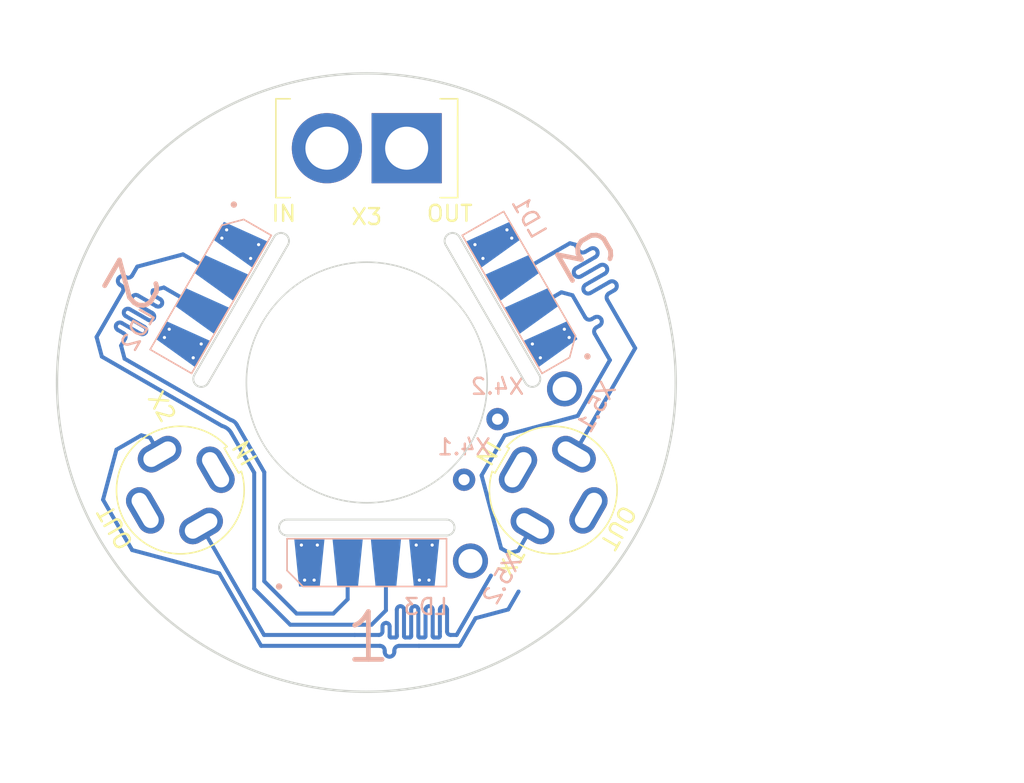
<source format=kicad_pcb>
(kicad_pcb (version 20211014) (generator pcbnew)
  (layers (0 "F.Cu" signal) (1 "In1.Cu" signal) (2 "In2.Cu" signal) (31 "B.Cu" signal) (34 "B.Paste" user) (35 "F.Paste" user) (36 "B.SilkS" user "B.Silkscreen") (37 "F.SilkS" user "F.Silkscreen") (38 "B.Mask" user) (39 "F.Mask" user) (44 "Edge.Cuts" user))
  (net 0 "")
  (net 1 "/clk3")
  (net 2 "/d3")
  (net 3 "GND")
  (net 4 "+5V")
  (net 5 "/clk1")
  (net 6 "/d1")
  (net 7 "/clk2")
  (net 8 "/d2")
  (footprint "h8-Connectors:Lumberg-KLB-4-Klinkensteckverbinder-3_5-180deg-turnable" (layer "F.Cu") (at 11.691343 6.75 -120)
    (fp_text reference "X1" (at 5.2 0 60) (layer "F.SilkS"))
    (fp_text value "Conn_01x04")
    (fp_line (start 0.9 3.7) (end 0.9 3.9) (layer "F.SilkS") (width 0.1))
    (fp_line (start -0.9 3.9) (end -0.9 3.7) (layer "F.SilkS") (width 0.1))
    (fp_line (start -0.9 3.7) (end 0.9 3.7) (layer "F.SilkS") (width 0.1))
    (fp_arc (start -0.9 3.9) (mid 0 -4.002499) (end 0.9 3.9) (layer "F.SilkS") (width 0.1))
    (pad "1" thru_hole oval (at -2.6 0 240) (size 1.7 2.9) (drill oval 1 2.2) (layers *.Cu *.Mask) (net 7 "/clk2"))
    (pad "2" thru_hole oval (at 2.6 0 240) (size 1.7 2.9) (drill oval 1 2.2) (layers *.Cu *.Mask) (net 8 "/d2"))
    (pad "3" thru_hole oval (at 0 -2.55 330) (size 1.7 3.1) (drill oval 1 2.4) (layers *.Cu *.Mask) (net 3 "GND"))
    (pad "4" thru_hole oval (at 0 2.55 330) (size 1.7 3.1) (drill oval 1 2.4) (layers *.Cu *.Mask) (net 4 "+5V"))
  )
  (footprint "h8-Connectors:Lumberg-KLB-4-Klinkensteckverbinder-3_5-180deg-turnable" (layer "F.Cu") (at -11.691343 6.75 120)
    (fp_text reference "X2" (at 5.1 1.600001 120) (layer "F.SilkS"))
    (fp_text value "Conn_01x04")
    (fp_line (start 0.9 3.7) (end 0.9 3.9) (layer "F.SilkS") (width 0.1))
    (fp_line (start -0.9 3.7) (end 0.9 3.7) (layer "F.SilkS") (width 0.1))
    (fp_line (start -0.9 3.9) (end -0.9 3.7) (layer "F.SilkS") (width 0.1))
    (fp_arc (start -0.9 3.9) (mid 0 -4.002499) (end 0.9 3.9) (layer "F.SilkS") (width 0.1))
    (pad "1" thru_hole oval (at -2.6 0 120) (size 1.7 2.9) (drill oval 1 2.2) (layers *.Cu *.Mask) (net 1 "/clk3"))
    (pad "2" thru_hole oval (at 2.6 0 120) (size 1.7 2.9) (drill oval 1 2.2) (layers *.Cu *.Mask) (net 2 "/d3"))
    (pad "3" thru_hole oval (at 0 -2.55 210) (size 1.7 3.1) (drill oval 1 2.4) (layers *.Cu *.Mask) (net 3 "GND"))
    (pad "4" thru_hole oval (at 0 2.55 210) (size 1.7 3.1) (drill oval 1 2.4) (layers *.Cu *.Mask) (net 4 "+5V"))
  )
  (footprint "h8-Connectors:XT30" (layer "F.Cu") (at 0 -14.7 180)
    (fp_text reference "X3" (at 0 -4.3) (layer "F.SilkS"))
    (fp_text value "Conn_01x02")
    (fp_line (start 5.7 3.1) (end 4.8 3.1) (layer "F.SilkS") (width 0.1))
    (fp_line (start -4.6 3.1) (end -5.7 3.1) (layer "F.SilkS") (width 0.1))
    (fp_line (start 4.8 -3.1) (end 5.7 -3.1) (layer "F.SilkS") (width 0.1))
    (fp_line (start 5.7 -3.1) (end 5.7 3.1) (layer "F.SilkS") (width 0.1))
    (fp_line (start -5.7 -3.1) (end -5.7 3.1) (layer "F.SilkS") (width 0.1))
    (fp_line (start -5.7 2) (end -5.7 -2) (layer "F.SilkS") (width 0.1))
    (fp_line (start -5.7 -3.1) (end -4.6 -3.1) (layer "F.SilkS") (width 0.1))
    (pad "1" thru_hole rect (at -2.5 0 180) (size 4.4 4.4) (drill 2.7) (layers *.Cu *.Mask) (net 4 "+5V"))
    (pad "2" thru_hole circle (at 2.5 0 180) (size 4.4 4.4) (drill 2.7) (layers *.Cu *.Mask) (net 3 "GND"))
  )
  (footprint "MountingHole:MountingHole_2.2mm_M2" (layer "F.Cu") (at -8.3 -13.9 180)
    (fp_text reference "M1" hide)
    (fp_text value "MountingHole_2.2mm_M2")
    (pad "" np_thru_hole circle (at 0 0 180) (size 2.2 2.2) (drill 2.2) (layers *.Mask "F.Cu" "In1.Cu" "In2.Cu" "B.Cu"))
  )
  (footprint "MountingHole:MountingHole_2.2mm_M2" (layer "F.Cu") (at 8.3 -13.9 180)
    (fp_text reference "REF**" hide)
    (fp_text value "MountingHole_2.2mm_M2")
    (pad "" np_thru_hole circle (at 0 0 180) (size 2.2 2.2) (drill 2.2) (layers *.Cu *.Mask))
  )
  (footprint "Connector_Wire:SolderWire-0.15sqmm_1x01_D0.5mm_OD1.5mm" (layer "B.Cu") (at 6.5 11.2 60)
    (fp_text reference "X5.2" (at 0 2.3 60) (layer "B.SilkS") (effects (justify mirror)))
    (fp_text value "Conn_01x01")
    (pad "1" thru_hole circle locked (at 0 0 60) (size 2.2 2.2) (drill 1.5) (layers *.Cu *.Mask) (net 3 "GND"))
  )
  (footprint "h8-Connectors:APA102-Strip-Output" (layer "B.Cu") (at 8.487049 -4.9 30)
    (fp_text reference "LD1" (at 4.2 -3.9 120) (layer "B.SilkS") (effects (justify mirror)))
    (fp_text value "Conn_01x04")
    (fp_line (start 3 -5) (end 3 4) (layer "B.SilkS") (width 0.1))
    (fp_line (start 0 -5) (end 3 -5) (layer "B.SilkS") (width 0.1))
    (fp_line (start 0 5) (end 0 -5) (layer "B.SilkS") (width 0.1))
    (fp_line (start 2 5) (end 0 5) (layer "B.SilkS") (width 0.1))
    (fp_line (start 3 4) (end 2 5) (layer "B.SilkS") (width 0.1))
    (fp_circle (center 3 5.5) (end 3.1 5.5) (layer "B.SilkS") (width 0.2) (fill none))
    (fp_line (start -1.2 -5) (end -1.2 5) (layer "Edge.Cuts") (width 0.12))
    (fp_line (start -0.2 5) (end -0.2 -5) (layer "Edge.Cuts") (width 0.12))
    (fp_arc (start -0.2 5) (mid -0.7 5.5) (end -1.2 5) (layer "Edge.Cuts") (width 0.12))
    (fp_arc (start -1.2 -5) (mid -0.7 -5.5) (end -0.2 -5) (layer "Edge.Cuts") (width 0.12))
    (pad "1" smd trapezoid (at 1.5 -3.6 30) (size 3 1.6) (rect_delta 0.3 0) (layers "B.Cu" "B.Paste" "B.Mask") (net 4 "+5V"))
    (pad "2" smd trapezoid (at 1.5 -1.2 30) (size 3 1.6) (rect_delta 0.3 0) (layers "B.Cu" "B.Paste" "B.Mask") (net 7 "/clk2"))
    (pad "3" smd trapezoid (at 1.5 1.2 30) (size 3 1.6) (rect_delta 0.3 0) (layers "B.Cu" "B.Paste" "B.Mask") (net 8 "/d2"))
    (pad "4" smd trapezoid (at 1.5 3.6 30) (size 3 1.6) (rect_delta 0.3 0) (layers "B.Cu" "B.Paste" "B.Mask") (net 3 "GND"))
  )
  (footprint "Connector_Wire:SolderWire-0.15sqmm_1x01_D0.5mm_OD1.5mm" (layer "B.Cu") (at 12.4 0.4 60)
    (fp_text reference "X5.1" (at 0 2.3 60) (layer "B.SilkS") (effects (justify mirror)))
    (fp_text value "Conn_01x01")
    (pad "1" thru_hole circle locked (at 0 0 60) (size 2.2 2.2) (drill 1.5) (layers *.Cu *.Mask) (net 4 "+5V"))
  )
  (footprint "h8-Connectors:APA102-Strip-Output" (layer "B.Cu") (at 0 9.8 -90)
    (fp_text reference "LD3" (at 4.268138 -3.692116) (layer "B.SilkS") (effects (justify mirror)))
    (fp_text value "Conn_01x04")
    (fp_line (start 3 -5) (end 3 4) (layer "B.SilkS") (width 0.1))
    (fp_line (start 0 5) (end 0 -5) (layer "B.SilkS") (width 0.1))
    (fp_line (start 0 -5) (end 3 -5) (layer "B.SilkS") (width 0.1))
    (fp_line (start 2 5) (end 0 5) (layer "B.SilkS") (width 0.1))
    (fp_line (start 3 4) (end 2 5) (layer "B.SilkS") (width 0.1))
    (fp_circle (center 3 5.5) (end 3.1 5.5) (layer "B.SilkS") (width 0.2) (fill none))
    (fp_line (start -1.2 -5) (end -1.2 5) (layer "Edge.Cuts") (width 0.12))
    (fp_line (start -0.2 5) (end -0.2 -5) (layer "Edge.Cuts") (width 0.12))
    (fp_arc (start -1.2 -5) (mid -0.7 -5.5) (end -0.2 -5) (layer "Edge.Cuts") (width 0.12))
    (fp_arc (start -0.2 5) (mid -0.7 5.5) (end -1.2 5) (layer "Edge.Cuts") (width 0.12))
    (pad "1" smd trapezoid (at 1.5 -3.6 270) (size 3 1.6) (rect_delta 0.3 0) (layers "B.Cu" "B.Paste" "B.Mask") (net 4 "+5V"))
    (pad "2" smd trapezoid (at 1.5 -1.2 270) (size 3 1.6) (rect_delta 0.3 0) (layers "B.Cu" "B.Paste" "B.Mask") (net 5 "/clk1"))
    (pad "3" smd trapezoid (at 1.5 1.2 270) (size 3 1.6) (rect_delta 0.3 0) (layers "B.Cu" "B.Paste" "B.Mask") (net 6 "/d1"))
    (pad "4" smd trapezoid (at 1.5 3.6 270) (size 3 1.6) (rect_delta 0.3 0) (layers "B.Cu" "B.Paste" "B.Mask") (net 3 "GND"))
  )
  (footprint "Connector_Wire:SolderWire-0.15sqmm_1x01_D0.5mm_OD1.5mm" (layer "B.Cu") (at 6.1 6.1 180)
    (fp_text reference "X4.1" (at 0 2.05) (layer "B.SilkS") (effects (justify mirror)))
    (fp_text value "Conn_01x01")
    (pad "1" thru_hole circle (at 0 0 180) (size 1.4 1.4) (drill 0.7) (layers *.Cu *.Mask) (net 1 "/clk3"))
  )
  (footprint "Connector_Wire:SolderWire-0.15sqmm_1x01_D0.5mm_OD1.5mm" (layer "B.Cu") (at 8.2 2.3 180)
    (fp_text reference "X4.2" (at 0 2.05) (layer "B.SilkS") (effects (justify mirror)))
    (fp_text value "Conn_01x01")
    (pad "1" thru_hole circle (at 0 0 180) (size 1.4 1.4) (drill 0.7) (layers *.Cu *.Mask) (net 2 "/d3"))
  )
  (footprint "h8-Connectors:APA102-Strip-Input" (layer "B.Cu") (at -8.487049 -4.9 150)
    (fp_text reference "LD2" (at 4.267434 -4.306664 60) (layer "B.SilkS") (effects (justify mirror)))
    (fp_text value "Conn_01x04")
    (fp_line (start 2 5) (end 0 5) (layer "B.SilkS") (width 0.1))
    (fp_line (start 3 -5) (end 3 4) (layer "B.SilkS") (width 0.1))
    (fp_line (start 0 -5) (end 3 -5) (layer "B.SilkS") (width 0.1))
    (fp_line (start 3 4) (end 2 5) (layer "B.SilkS") (width 0.1))
    (fp_line (start 0 5) (end 0 -5) (layer "B.SilkS") (width 0.1))
    (fp_circle (center 3 5.5) (end 3.1 5.5) (layer "B.SilkS") (width 0.2) (fill none))
    (fp_line (start -1.2 -5) (end -1.2 5) (layer "Edge.Cuts") (width 0.12))
    (fp_line (start -0.2 5) (end -0.2 -5) (layer "Edge.Cuts") (width 0.12))
    (fp_arc (start -0.2 5) (mid -0.7 5.5) (end -1.2 5) (layer "Edge.Cuts") (width 0.12))
    (fp_arc (start -1.2 -5) (mid -0.7 -5.5) (end -0.2 -5) (layer "Edge.Cuts") (width 0.12))
    (pad "1" smd trapezoid (at 1.5 3.6 150) (size 3 1.6) (rect_delta 0.3 0) (layers "B.Cu" "B.Paste" "B.Mask") (net 4 "+5V"))
    (pad "2" smd trapezoid (at 1.5 1.2 150) (size 3 1.6) (rect_delta 0.3 0) (layers "B.Cu" "B.Paste" "B.Mask") (net 5 "/clk1"))
    (pad "3" smd trapezoid (at 1.5 -1.2 150) (size 3 1.6) (rect_delta 0.3 0) (layers "B.Cu" "B.Paste" "B.Mask") (net 6 "/d1"))
    (pad "4" smd trapezoid (at 1.5 -3.6 150) (size 3 1.6) (rect_delta 0.3 0) (layers "B.Cu" "B.Paste" "B.Mask") (net 3 "GND"))
  )
  (gr_circle (center 0 0) (end 7.55 0) (layer "Edge.Cuts") (width 0.1) (fill none))
  (gr_circle (center -0.025899 0.004567) (end 19.374101 0.004567) (layer "Edge.Cuts") (width 0.15) (fill none))
  (gr_text "1" (at 0.1 15.999999) (layer "B.SilkS") (effects (font (size 3 3) (thickness 0.3))))
  (gr_text "3" (at 13.806406 -8.086603 -240) (layer "B.SilkS") (effects (font (size 3 3) (thickness 0.3))))
  (gr_text "2" (at -14.819804 -6.131347 -120) (layer "B.SilkS") (effects (font (size 3 3) (thickness 0.3))))
  (gr_text "IN" (at 7.621024 4.4 -120) (layer "F.SilkS") (effects (font (size 1 1))))
  (gr_text "IN" (at -5.2 -10.6) (layer "F.SilkS") (effects (font (size 1 1))))
  (gr_text "IN" (at -7.621024 4.4 -240) (layer "F.SilkS") (effects (font (size 1 1))))
  (gr_text "OUT" (at -15.761662 9.1 -240) (layer "F.SilkS") (effects (font (size 1 1))))
  (gr_text "OUT" (at 5.2 -10.6) (layer "F.SilkS") (effects (font (size 1 1))))
  (gr_text "OUT" (at 15.761662 9.1 -120) (layer "F.SilkS") (effects (font (size 1 1))))
  (segment (start 3.604447 15.99906) (end 3.311459 15.99906) (width 0.25) (layer "B.Cu") (net 1))
  (segment (start 0.757952 15.842047) (end -0.755199 15.842047) (width 0.25) (layer "B.Cu") (net 1))
  (segment (start 2.332953 15.842047) (end 2.332953 14.260034) (width 0.25) (layer "B.Cu") (net 1))
  (segment (start 5.032953 15.617047) (end 5.032953 14.260034) (width 0.25) (layer "B.Cu") (net 1))
  (segment (start 2.782953 15.842048) (end 2.782953 15.920554) (width 0.25) (layer "B.Cu") (net 1))
  (segment (start 3.232953 15.842047) (end 3.232953 14.260034) (width 0.25) (layer "B.Cu") (net 1))
  (segment (start 3.232952 15.920554) (end 3.232953 15.842047) (width 0.25) (layer "B.Cu") (net 1))
  (segment (start 3.682953 15.842047) (end 3.682953 15.920554) (width 0.25) (layer "B.Cu") (net 1))
  (segment (start 4.582953 15.617047) (end 4.582953 15.920554) (width 0.25) (layer "B.Cu") (net 1))
  (segment (start 1.882953 14.260034) (end 1.882952 15.842047) (width 0.25) (layer "B.Cu") (net 1))
  (segment (start 7.785125 12.115768) (end 5.636791 15.836791) (width 0.25) (layer "B.Cu") (net 1))
  (segment (start -6.442047 15.842047) (end -10.391343 9.001666) (width 0.25) (layer "B.Cu") (net 1))
  (segment (start 1.432952 15.920554) (end 1.432952 15.842047) (width 0.25) (layer "B.Cu") (net 1))
  (segment (start 1.882952 15.842047) (end 1.882952 15.920554) (width 0.25) (layer "B.Cu") (net 1))
  (segment (start 2.704447 15.99906) (end 2.411459 15.99906) (width 0.25) (layer "B.Cu") (net 1))
  (segment (start 4.132953 15.920554) (end 4.132953 15.842047) (width 0.25) (layer "B.Cu") (net 1))
  (segment (start 0.982951 15.310034) (end 0.982952 15.617047) (width 0.25) (layer "B.Cu") (net 1))
  (segment (start 4.582953 14.260034) (end 4.582953 15.617047) (width 0.25) (layer "B.Cu") (net 1))
  (segment (start 1.804446 15.99906) (end 1.511458 15.99906) (width 0.25) (layer "B.Cu") (net 1))
  (segment (start 5.636791 15.836791) (end 5.631535 15.842047) (width 0.25) (layer "B.Cu") (net 1))
  (segment (start 5.631535 15.842047) (end 5.257953 15.842047) (width 0.25) (layer "B.Cu") (net 1))
  (segment (start -0.755199 15.842047) (end -6.442047 15.842047) (width 0.25) (layer "B.Cu") (net 1))
  (segment (start 3.682953 14.260034) (end 3.682953 15.842047) (width 0.25) (layer "B.Cu") (net 1))
  (segment (start 2.332954 15.920554) (end 2.332953 15.842047) (width 0.25) (layer "B.Cu") (net 1))
  (segment (start 2.782953 14.260034) (end 2.782953 15.842048) (width 0.25) (layer "B.Cu") (net 1))
  (segment (start 4.504447 15.99906) (end 4.211459 15.99906) (width 0.25) (layer "B.Cu") (net 1))
  (segment (start 4.132953 15.842047) (end 4.132953 14.260034) (width 0.25) (layer "B.Cu") (net 1))
  (segment (start 1.432952 15.842047) (end 1.432952 15.310034) (width 0.25) (layer "B.Cu") (net 1))
  (arc (start 1.511458 15.99906) (mid 1.455946 15.976066) (end 1.432952 15.920554) (width 0.25) (layer "B.Cu") (net 1))
  (arc (start 5.032953 14.260034) (mid 4.967052 14.100935) (end 4.807952 14.035034) (width 0.25) (layer "B.Cu") (net 1))
  (arc (start 5.257953 15.842047) (mid 5.098854 15.776146) (end 5.032953 15.617047) (width 0.25) (layer "B.Cu") (net 1))
  (arc (start 3.682953 15.920554) (mid 3.659959 15.976067) (end 3.604447 15.99906) (width 0.25) (layer "B.Cu") (net 1))
  (arc (start 2.411459 15.99906) (mid 2.355947 15.976066) (end 2.332954 15.920554) (width 0.25) (layer "B.Cu") (net 1))
  (arc (start 2.107953 14.035034) (mid 1.948854 14.100935) (end 1.882953 14.260034) (width 0.25) (layer "B.Cu") (net 1))
  (arc (start 0.982952 15.617047) (mid 0.91705 15.776146) (end 0.757952 15.842047) (width 0.25) (layer "B.Cu") (net 1))
  (arc (start 2.332953 14.260034) (mid 2.267052 14.100935) (end 2.107953 14.035034) (width 0.25) (layer "B.Cu") (net 1))
  (arc (start 3.907953 14.035033) (mid 3.748854 14.100935) (end 3.682953 14.260034) (width 0.25) (layer "B.Cu") (net 1))
  (arc (start 1.207952 15.085034) (mid 1.048853 15.150935) (end 0.982951 15.310034) (width 0.25) (layer "B.Cu") (net 1))
  (arc (start 4.582953 15.920554) (mid 4.559959 15.976067) (end 4.504447 15.99906) (width 0.25) (layer "B.Cu") (net 1))
  (arc (start 3.007953 14.035033) (mid 2.848854 14.100935) (end 2.782953 14.260034) (width 0.25) (layer "B.Cu") (net 1))
  (arc (start 3.311459 15.99906) (mid 3.255947 15.976067) (end 3.232952 15.920554) (width 0.25) (layer "B.Cu") (net 1))
  (arc (start 4.807952 14.035034) (mid 4.648854 14.100935) (end 4.582953 14.260034) (width 0.25) (layer "B.Cu") (net 1))
  (arc (start 3.232953 14.260034) (mid 3.167052 14.100935) (end 3.007953 14.035033) (width 0.25) (layer "B.Cu") (net 1))
  (arc (start 2.782953 15.920554) (mid 2.75996 15.976066) (end 2.704447 15.99906) (width 0.25) (layer "B.Cu") (net 1))
  (arc (start 4.211459 15.99906) (mid 4.155948 15.976066) (end 4.132953 15.920554) (width 0.25) (layer "B.Cu") (net 1))
  (arc (start 1.432952 15.310034) (mid 1.367051 15.150935) (end 1.207952 15.085034) (width 0.25) (layer "B.Cu") (net 1))
  (arc (start 1.882952 15.920554) (mid 1.859958 15.976066) (end 1.804446 15.99906) (width 0.25) (layer "B.Cu") (net 1))
  (arc (start 4.132953 14.260034) (mid 4.067052 14.100935) (end 3.907953 14.035033) (width 0.25) (layer "B.Cu") (net 1))
  (segment (start 5.787754 16.52506) (end 5.856407 16.456407) (width 0.25) (layer "B.Cu") (net 2))
  (segment (start -16.538457 7.354552) (end -14.714221 10.514221) (width 0.25) (layer "B.Cu") (net 2))
  (segment (start 5.856407 16.456407) (end 6.818138 14.790639) (width 0.25) (layer "B.Cu") (net 2))
  (segment (start -13.591343 3.459103) (end -14.137753 3.312693) (width 0.25) (layer "B.Cu") (net 2))
  (segment (start 1.12506 16.825059) (end 1.12506 16.905233) (width 0.25) (layer "B.Cu") (net 2))
  (segment (start -12.991343 4.498334) (end -13.591343 3.459103) (width 0.25) (layer "B.Cu") (net 2))
  (segment (start 1.72506 16.905233) (end 1.72506 16.82506) (width 0.25) (layer "B.Cu") (net 2))
  (segment (start 3.27506 16.52506) (end 5.787754 16.52506) (width 0.25) (layer "B.Cu") (net 2))
  (segment (start -14.714221 10.514221) (end -9.25012 11.978323) (width 0.25) (layer "B.Cu") (net 2))
  (segment (start 2.02506 16.52506) (end 3.27506 16.52506) (width 0.25) (layer "B.Cu") (net 2))
  (segment (start -15.696599 4.212693) (end -16.538457 7.354552) (width 0.25) (layer "B.Cu") (net 2))
  (segment (start -6.62506 16.52506) (end 0.82506 16.52506) (width 0.25) (layer "B.Cu") (net 2))
  (segment (start -14.137753 3.312693) (end -15.696599 4.212693) (width 0.25) (layer "B.Cu") (net 2))
  (segment (start -9.25012 11.978323) (end -6.62506 16.52506) (width 0.25) (layer "B.Cu") (net 2))
  (segment (start 8.867176 14.241601) (end 9.517176 13.115768) (width 0.25) (layer "B.Cu") (net 2))
  (segment (start 6.818138 14.790639) (end 8.867176 14.241601) (width 0.25) (layer "B.Cu") (net 2))
  (arc (start 1.42506 17.205233) (mid 1.637192 17.117365) (end 1.72506 16.905233) (width 0.25) (layer "B.Cu") (net 2))
  (arc (start 1.72506 16.82506) (mid 1.812928 16.612928) (end 2.02506 16.52506) (width 0.25) (layer "B.Cu") (net 2))
  (arc (start 0.82506 16.52506) (mid 1.037192 16.612928) (end 1.12506 16.825059) (width 0.25) (layer "B.Cu") (net 2))
  (arc (start 1.12506 16.905233) (mid 1.212928 17.117365) (end 1.42506 17.205233) (width 0.25) (layer "B.Cu") (net 2))
  (via (at -3.9 12.4) (size 0.6) (drill 0.2) (layers "F.Cu" "B.Cu") (net 3))
  (via (at 12.688715 -2.822501) (size 0.6) (drill 0.2) (layers "F.Cu" "B.Cu") (net 3))
  (via (at 10.883459 -1.549296) (size 0.6) (drill 0.2) (layers "F.Cu" "B.Cu") (net 3))
  (via (at -12.688715 -2.822501) (size 0.6) (drill 0.2) (layers "F.Cu" "B.Cu") (net 3))
  (via (at -3.3 12.4) (size 0.6) (drill 0.2) (layers "F.Cu" "B.Cu") (net 3))
  (via (at -10.383459 -2.415321) (size 0.6) (drill 0.2) (layers "F.Cu" "B.Cu") (net 3))
  (via (at -10.883459 -1.549296) (size 0.6) (drill 0.2) (layers "F.Cu" "B.Cu") (net 3))
  (via (at -4.1 10.2) (size 0.6) (drill 0.2) (layers "F.Cu" "B.Cu") (net 3))
  (via (at -3.1 10.2) (size 0.6) (drill 0.2) (layers "F.Cu" "B.Cu") (net 3))
  (via (at -12.388715 -3.342116) (size 0.6) (drill 0.2) (layers "F.Cu" "B.Cu") (net 3))
  (via (at 12.388715 -3.342116) (size 0.6) (drill 0.2) (layers "F.Cu" "B.Cu") (net 3))
  (via (at 10.383459 -2.415321) (size 0.6) (drill 0.2) (layers "F.Cu" "B.Cu") (net 3))
  (via (at -8.788715 -9.577499) (size 0.6) (drill 0.2) (layers "F.Cu" "B.Cu") (net 4))
  (via (at 4.1 10.2) (size 0.6) (drill 0.2) (layers "F.Cu" "B.Cu") (net 4))
  (via (at -7.283459 -7.784679) (size 0.6) (drill 0.2) (layers "F.Cu" "B.Cu") (net 4))
  (via (at 3.3 12.4) (size 0.6) (drill 0.2) (layers "F.Cu" "B.Cu") (net 4))
  (via (at 6.783459 -8.650704) (size 0.6) (drill 0.2) (layers "F.Cu" "B.Cu") (net 4))
  (via (at -9.088715 -9.057884) (size 0.6) (drill 0.2) (layers "F.Cu" "B.Cu") (net 4))
  (via (at -6.783459 -8.650704) (size 0.6) (drill 0.2) (layers "F.Cu" "B.Cu") (net 4))
  (via (at 9.088715 -9.057884) (size 0.6) (drill 0.2) (layers "F.Cu" "B.Cu") (net 4))
  (via (at 3.9 12.4) (size 0.6) (drill 0.2) (layers "F.Cu" "B.Cu") (net 4))
  (via (at 7.283459 -7.784679) (size 0.6) (drill 0.2) (layers "F.Cu" "B.Cu") (net 4))
  (via (at 8.788715 -9.577499) (size 0.6) (drill 0.2) (layers "F.Cu" "B.Cu") (net 4))
  (via (at 3.1 10.2) (size 0.6) (drill 0.2) (layers "F.Cu" "B.Cu") (net 4))
  (segment (start -16.613586 -1.624425) (end -9.07616 2.72731) (width 0.25) (layer "B.Cu") (net 5))
  (segment (start -15.461037 -6.117983) (end -15.461037 -6.117984) (width 0.25) (layer "B.Cu") (net 5))
  (segment (start -15.309101 -5.683853) (end -15.309103 -5.683854) (width 0.25) (layer "B.Cu") (net 5))
  (segment (start 1.199999 14.3) (end 1.2 11.3) (width 0.25) (layer "B.Cu") (net 5))
  (segment (start -14.393009 -7.270577) (end -14.709104 -6.723085) (width 0.25) (layer "B.Cu") (net 5))
  (segment (start -7.059808 5.659808) (end -7.059808 12.940192) (width 0.25) (layer "B.Cu") (net 5))
  (segment (start -4.8 15.2) (end 0.3 15.2) (width 0.25) (layer "B.Cu") (net 5))
  (segment (start -9.186087 -6.68923) (end -11.524357 -8.03923) (width 0.25) (layer "B.Cu") (net 5))
  (segment (start -7.059808 12.940192) (end -4.8 15.2) (width 0.25) (layer "B.Cu") (net 5))
  (segment (start -15.461037 -6.117984) (end -15.418909 -6.093661) (width 0.25) (layer "B.Cu") (net 5))
  (segment (start -8.495764 3.172663) (end -7.059808 5.659808) (width 0.25) (layer "B.Cu") (net 5))
  (segment (start -15.309103 -5.683854) (end -16.943009 -2.853848) (width 0.25) (layer "B.Cu") (net 5))
  (segment (start 0.3 15.2) (end 1.199999 14.3) (width 0.25) (layer "B.Cu") (net 5))
  (segment (start -15.11891 -6.613277) (end -15.161037 -6.637599) (width 0.25) (layer "B.Cu") (net 5))
  (segment (start -11.524357 -8.03923) (end -14.393009 -7.270577) (width 0.25) (layer "B.Cu") (net 5))
  (segment (start -16.943009 -2.853848) (end -16.613586 -1.624425) (width 0.25) (layer "B.Cu") (net 5))
  (arc (start -15.570845 -6.527791) (mid -15.600815 -6.300145) (end -15.461037 -6.117983) (width 0.25) (layer "B.Cu") (net 5))
  (arc (start -9.07616 2.72731) (mid -8.741669 2.892263) (end -8.495764 3.172663) (width 0.25) (layer "B.Cu") (net 5))
  (arc (start -14.709104 -6.723085) (mid -14.891265 -6.583307) (end -15.11891 -6.613277) (width 0.25) (layer "B.Cu") (net 5))
  (arc (start -15.161037 -6.637599) (mid -15.388683 -6.667569) (end -15.570845 -6.527791) (width 0.25) (layer "B.Cu") (net 5))
  (arc (start -15.418909 -6.093661) (mid -15.279131 -5.911499) (end -15.309101 -5.683853) (width 0.25) (layer "B.Cu") (net 5))
  (segment (start -14.202415 -3.061348) (end -14.202414 -3.061349) (width 0.25) (layer "B.Cu") (net 6))
  (segment (start -14.202414 -3.061349) (end -15.362324 -3.731024) (width 0.25) (layer "B.Cu") (net 6))
  (segment (start -15.203831 -4.505544) (end -15.203831 -4.505543) (width 0.25) (layer "B.Cu") (net 6))
  (segment (start -15.157367 -2.746666) (end -15.407368 -2.313655) (width 0.25) (layer "B.Cu") (net 6))
  (segment (start -13.315862 -5.43625) (end -12.952412 -5.226412) (width 0.25) (layer "B.Cu") (net 6))
  (segment (start -15.187753 -1.49404) (end -8.535005 2.346925) (width 0.25) (layer "B.Cu") (net 6))
  (segment (start -13.202413 -4.7934) (end -14.362323 -5.463076) (width 0.25) (layer "B.Cu") (net 6))
  (segment (start -13.860906 -3.152856) (end -13.860906 -3.152856) (width 0.25) (layer "B.Cu") (net 6))
  (segment (start -13.360905 -4.01888) (end -13.360906 -4.018881) (width 0.25) (layer "B.Cu") (net 6))
  (segment (start -12.860905 -4.884906) (end -12.860907 -4.884906) (width 0.25) (layer "B.Cu") (net 6))
  (segment (start -2.1 14.5) (end -1.2 13.599999) (width 0.25) (layer "B.Cu") (net 6))
  (segment (start -15.612324 -3.298011) (end -15.248874 -3.088172) (width 0.25) (layer "B.Cu") (net 6))
  (segment (start -6.428857 12.471143) (end -4.4 14.5) (width 0.25) (layer "B.Cu") (net 6))
  (segment (start -4.4 14.5) (end -2.1 14.5) (width 0.25) (layer "B.Cu") (net 6))
  (segment (start -14.703831 -5.37157) (end -14.70383 -5.371569) (width 0.25) (layer "B.Cu") (net 6))
  (segment (start -8.1556 2.638053) (end -6.428857 5.628857) (width 0.25) (layer "B.Cu") (net 6))
  (segment (start -15.407368 -2.313655) (end -15.187753 -1.49404) (width 0.25) (layer "B.Cu") (net 6))
  (segment (start -14.612323 -5.030062) (end -13.452411 -4.360388) (width 0.25) (layer "B.Cu") (net 6))
  (segment (start -15.703832 -3.639518) (end -15.703831 -3.639517) (width 0.25) (layer "B.Cu") (net 6))
  (segment (start -10.386087 -4.61077) (end -12.724357 -5.96077) (width 0.25) (layer "B.Cu") (net 6))
  (segment (start -13.702415 -3.927374) (end -13.702414 -3.927375) (width 0.25) (layer "B.Cu") (net 6))
  (segment (start -6.428857 5.628857) (end -6.428857 12.471143) (width 0.25) (layer "B.Cu") (net 6))
  (segment (start -13.315861 -5.436252) (end -13.315862 -5.43625) (width 0.25) (layer "B.Cu") (net 6))
  (segment (start -1.2 13.599999) (end -1.2 11.3) (width 0.25) (layer "B.Cu") (net 6))
  (segment (start -13.202414 -4.7934) (end -13.202413 -4.7934) (width 0.25) (layer "B.Cu") (net 6))
  (segment (start -14.612324 -5.030061) (end -14.612323 -5.030062) (width 0.25) (layer "B.Cu") (net 6))
  (segment (start -15.112324 -4.164036) (end -15.112324 -4.164036) (width 0.25) (layer "B.Cu") (net 6))
  (segment (start -12.724357 -5.96077) (end -13.407368 -5.777757) (width 0.25) (layer "B.Cu") (net 6))
  (segment (start -13.702414 -3.927375) (end -14.862324 -4.59705) (width 0.25) (layer "B.Cu") (net 6))
  (segment (start -15.612325 -3.29801) (end -15.612324 -3.298011) (width 0.25) (layer "B.Cu") (net 6))
  (segment (start -15.112324 -4.164036) (end -13.952412 -3.494362) (width 0.25) (layer "B.Cu") (net 6))
  (arc (start -14.862324 -4.59705) (mid -15.052029 -4.622025) (end -15.203831 -4.505544) (width 0.25) (layer "B.Cu") (net 6))
  (arc (start -12.860907 -4.884906) (mid -13.012707 -4.768424) (end -13.202414 -4.7934) (width 0.25) (layer "B.Cu") (net 6))
  (arc (start -13.952412 -3.494362) (mid -13.835932 -3.34256) (end -13.860906 -3.152856) (width 0.25) (layer "B.Cu") (net 6))
  (arc (start -15.203831 -4.505543) (mid -15.228806 -4.315838) (end -15.112324 -4.164036) (width 0.25) (layer "B.Cu") (net 6))
  (arc (start -13.860906 -3.152856) (mid -14.012708 -3.036373) (end -14.202415 -3.061348) (width 0.25) (layer "B.Cu") (net 6))
  (arc (start -15.703831 -3.639517) (mid -15.728806 -3.449812) (end -15.612325 -3.29801) (width 0.25) (layer "B.Cu") (net 6))
  (arc (start -8.535005 2.346925) (mid -8.316348 2.454755) (end -8.1556 2.638053) (width 0.25) (layer "B.Cu") (net 6))
  (arc (start -12.952412 -5.226412) (mid -12.835931 -5.074611) (end -12.860905 -4.884906) (width 0.25) (layer "B.Cu") (net 6))
  (arc (start -14.70383 -5.371569) (mid -14.728805 -5.181862) (end -14.612324 -5.030061) (width 0.25) (layer "B.Cu") (net 6))
  (arc (start -13.452411 -4.360388) (mid -13.335931 -4.208586) (end -13.360905 -4.01888) (width 0.25) (layer "B.Cu") (net 6))
  (arc (start -14.362323 -5.463076) (mid -14.552029 -5.488051) (end -14.703831 -5.37157) (width 0.25) (layer "B.Cu") (net 6))
  (arc (start -13.360906 -4.018881) (mid -13.512708 -3.902398) (end -13.702415 -3.927374) (width 0.25) (layer "B.Cu") (net 6))
  (arc (start -13.407368 -5.777757) (mid -13.432342 -5.588053) (end -13.315861 -5.436252) (width 0.25) (layer "B.Cu") (net 6))
  (arc (start -15.248874 -3.088172) (mid -15.132392 -2.93637) (end -15.157367 -2.746666) (width 0.25) (layer "B.Cu") (net 6))
  (arc (start -15.362324 -3.731024) (mid -15.55203 -3.756) (end -15.703832 -3.639518) (width 0.25) (layer "B.Cu") (net 6))
  (segment (start 15.843954 -3.861178) (end 16.830831 -2.151855) (width 0.25) (layer "B.Cu") (net 7))
  (segment (start 13.688784 -8.19404) (end 14.027401 -8.389541) (width 0.25) (layer "B.Cu") (net 7))
  (segment (start 14.030552 -5.620079) (end 14.628977 -5.96558) (width 0.25) (layer "B.Cu") (net 7))
  (segment (start 14.028977 -7.00481) (end 14.627401 -7.35031) (width 0.25) (layer "B.Cu") (net 7))
  (segment (start 15.527401 -5.791465) (end 15.188784 -5.595964) (width 0.25) (layer "B.Cu") (net 7))
  (segment (start 14.327401 -7.869926) (end 13.988784 -7.674425) (width 0.25) (layer "B.Cu") (net 7))
  (segment (start 14.328976 -6.485195) (end 13.730552 -6.139694) (width 0.25) (layer "B.Cu") (net 7))
  (segment (start 14.927401 -6.830695) (end 14.328976 -6.485195) (width 0.25) (layer "B.Cu") (net 7))
  (segment (start 12.736792 -8.73923) (end 13.080832 -8.647045) (width 0.25) (layer "B.Cu") (net 7))
  (segment (start 13.080832 -8.647045) (end 13.278977 -8.303848) (width 0.25) (layer "B.Cu") (net 7))
  (segment (start 13.988784 -7.674425) (end 13.130552 -7.178925) (width 0.25) (layer "B.Cu") (net 7))
  (segment (start 9.186087 -6.68923) (end 12.736792 -8.73923) (width 0.25) (layer "B.Cu") (net 7))
  (segment (start 16.830831 -2.151855) (end 12.991343 4.498334) (width 0.25) (layer "B.Cu") (net 7))
  (segment (start 15.078977 -5.186157) (end 15.843954 -3.861178) (width 0.25) (layer "B.Cu") (net 7))
  (segment (start 13.430552 -6.659309) (end 14.028977 -7.00481) (width 0.25) (layer "B.Cu") (net 7))
  (segment (start 14.628977 -5.96558) (end 15.227401 -6.31108) (width 0.25) (layer "B.Cu") (net 7))
  (arc (start 13.730552 -6.139694) (mid 13.590774 -5.957532) (end 13.620745 -5.729887) (width 0.25) (layer "B.Cu") (net 7))
  (arc (start 13.620745 -5.729887) (mid 13.802906 -5.590109) (end 14.030552 -5.620079) (width 0.25) (layer "B.Cu") (net 7))
  (arc (start 15.037209 -7.240503) (mid 15.067179 -7.012857) (end 14.927401 -6.830695) (width 0.25) (layer "B.Cu") (net 7))
  (arc (start 15.637209 -6.201272) (mid 15.667178 -5.973627) (end 15.527401 -5.791465) (width 0.25) (layer "B.Cu") (net 7))
  (arc (start 15.227401 -6.31108) (mid 15.455047 -6.34105) (end 15.637209 -6.201272) (width 0.25) (layer "B.Cu") (net 7))
  (arc (start 14.437209 -8.279733) (mid 14.467178 -8.052088) (end 14.327401 -7.869926) (width 0.25) (layer "B.Cu") (net 7))
  (arc (start 14.027401 -8.389541) (mid 14.255047 -8.419511) (end 14.437209 -8.279733) (width 0.25) (layer "B.Cu") (net 7))
  (arc (start 15.188784 -5.595964) (mid 15.049006 -5.413802) (end 15.078977 -5.186157) (width 0.25) (layer "B.Cu") (net 7))
  (arc (start 13.278977 -8.303848) (mid 13.461138 -8.16407) (end 13.688784 -8.19404) (width 0.25) (layer "B.Cu") (net 7))
  (arc (start 14.627401 -7.35031) (mid 14.855047 -7.38028) (end 15.037209 -7.240503) (width 0.25) (layer "B.Cu") (net 7))
  (arc (start 13.020745 -6.769117) (mid 13.202906 -6.629339) (end 13.430552 -6.659309) (width 0.25) (layer "B.Cu") (net 7))
  (arc (start 13.130552 -7.178925) (mid 12.990774 -6.996762) (end 13.020745 -6.769117) (width 0.25) (layer "B.Cu") (net 7))
  (segment (start 12.895191 -5.475764) (end 13.695191 -4.090123) (width 0.25) (layer "B.Cu") (net 8))
  (segment (start 14.104998 -3.980316) (end 14.286687 -4.085213) (width 0.25) (layer "B.Cu") (net 8))
  (segment (start 10.386087 -4.61077) (end 12.20474 -5.660769) (width 0.25) (layer "B.Cu") (net 8))
  (segment (start 14.844035 -2.100267) (end 15.245191 -1.405444) (width 0.25) (layer "B.Cu") (net 8))
  (segment (start 7.199132 5.830737) (end 8.425318 10.406922) (width 0.25) (layer "B.Cu") (net 8))
  (segment (start 13.225318 2.093078) (end 8.649132 3.319263) (width 0.25) (layer "B.Cu") (net 8))
  (segment (start 8.944933 10.706922) (end 9.491343 10.560512) (width 0.25) (layer "B.Cu") (net 8))
  (segment (start 8.649132 3.319263) (end 7.199132 5.830737) (width 0.25) (layer "B.Cu") (net 8))
  (segment (start 9.491343 10.560512) (end 10.391343 9.001666) (width 0.25) (layer "B.Cu") (net 8))
  (segment (start 14.295191 -3.050893) (end 14.844035 -2.100267) (width 0.25) (layer "B.Cu") (net 8))
  (segment (start 15.245191 -1.405444) (end 13.225318 2.093078) (width 0.25) (layer "B.Cu") (net 8))
  (segment (start 14.586687 -3.565598) (end 14.404999 -3.4607) (width 0.25) (layer "B.Cu") (net 8))
  (segment (start 12.20474 -5.660769) (end 12.895191 -5.475764) (width 0.25) (layer "B.Cu") (net 8))
  (segment (start 8.425318 10.406922) (end 8.944933 10.706922) (width 0.25) (layer "B.Cu") (net 8))
  (arc (start 13.695191 -4.090123) (mid 13.877353 -3.950345) (end 14.104998 -3.980316) (width 0.25) (layer "B.Cu") (net 8))
  (arc (start 14.696494 -3.975405) (mid 14.726464 -3.74776) (end 14.586687 -3.565598) (width 0.25) (layer "B.Cu") (net 8))
  (arc (start 14.404999 -3.4607) (mid 14.265221 -3.278538) (end 14.295191 -3.050893) (width 0.25) (layer "B.Cu") (net 8))
  (arc (start 14.286687 -4.085213) (mid 14.514332 -4.115183) (end 14.696494 -3.975405) (width 0.25) (layer "B.Cu") (net 8))
)
</source>
